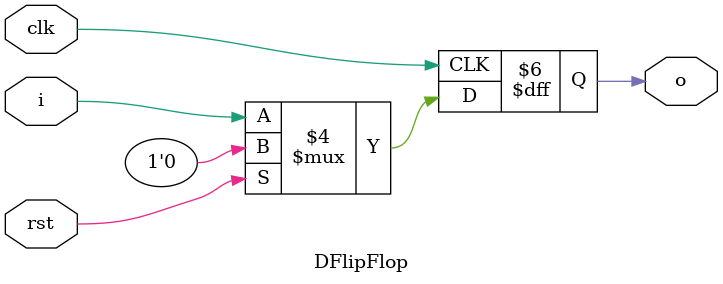
<source format=v>
`timescale 1ns / 1ns

module DFlipFlop #(parameter N = 0) (
	output reg [N:0] o,
	input [N:0] i,
	input rst,
	input clk
);

always @(posedge clk) begin
	if(rst == 1'b1) begin
		o <= 1'b0;
	end
	else begin
		o <= i;
	end
end

endmodule

</source>
